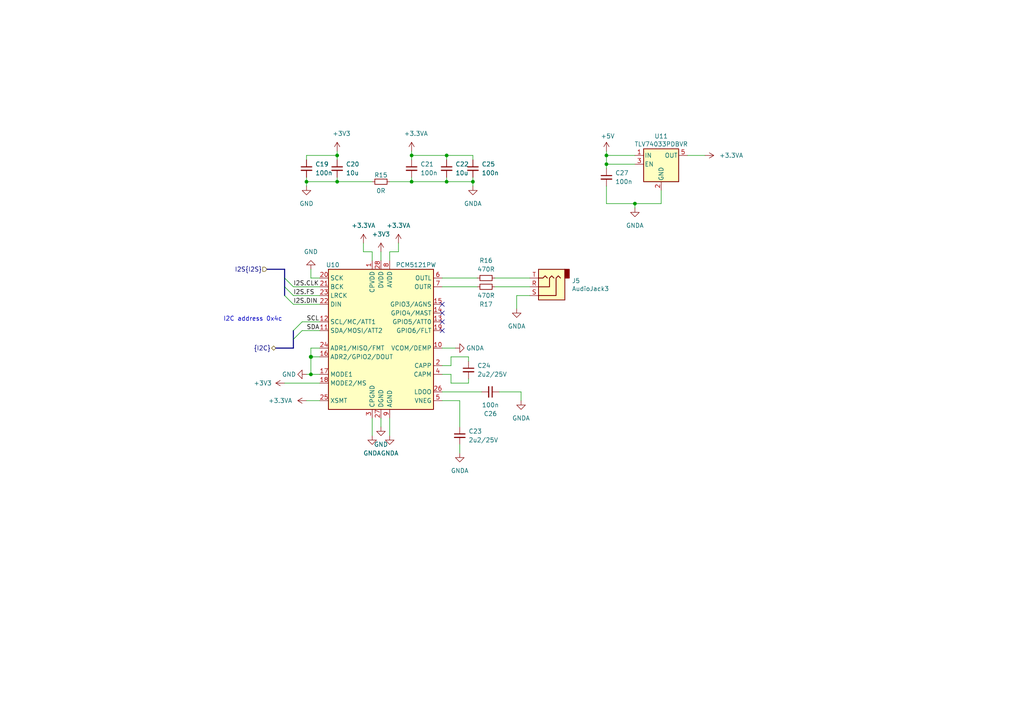
<source format=kicad_sch>
(kicad_sch (version 20210123) (generator eeschema)
  (paper "A4")
  (title_block (title "Audio") (date "2021-01-12") (rev "0.1") (company "Nabu Casa") (comment 1 "www.nabucasa.com") (comment 2 "Light Blue"))
  (lib_symbols
    (symbol "Audio:PCM5121PW"
      (property "Reference" "U" (at -13.97 21.59 0))
      (property "Value" "PCM5121PW" (at 10.16 21.59 0))
      (symbol "PCM5121PW_0_1"
        (rectangle (start -15.24 20.32) (end 15.24 -20.32) (stroke (width 0.254)) (fill (type background)))
      )
      (symbol "PCM5121PW_1_1"
        (pin power_in line (at -2.54 22.86 270) (length 2.54) (name "CPVDD") (number "1"))
        (pin bidirectional line (at 17.78 -2.54 180) (length 2.54) (name "VCOM/DEMP") (number "10"))
        (pin bidirectional line (at -17.78 2.54 0) (length 2.54) (name "SDA/MOSI/ATT2") (number "11"))
        (pin input line (at -17.78 5.08 0) (length 2.54) (name "SCL/MC/ATT1") (number "12"))
        (pin bidirectional line (at 17.78 5.08 180) (length 2.54) (name "GPIO5/ATT0") (number "13"))
        (pin bidirectional line (at 17.78 7.62 180) (length 2.54) (name "GPIO4/MAST") (number "14"))
        (pin bidirectional line (at 17.78 10.16 180) (length 2.54) (name "GPIO3/AGNS") (number "15"))
        (pin bidirectional line (at -17.78 -5.08 0) (length 2.54) (name "ADR2/GPIO2/DOUT") (number "16"))
        (pin input line (at -17.78 -10.16 0) (length 2.54) (name "MODE1") (number "17"))
        (pin input line (at -17.78 -12.7 0) (length 2.54) (name "MODE2/MS") (number "18"))
        (pin bidirectional line (at 17.78 2.54 180) (length 2.54) (name "GPIO6/FLT") (number "19"))
        (pin passive line (at 17.78 -7.62 180) (length 2.54) (name "CAPP") (number "2"))
        (pin input line (at -17.78 17.78 0) (length 2.54) (name "SCK") (number "20"))
        (pin bidirectional line (at -17.78 15.24 0) (length 2.54) (name "BCK") (number "21"))
        (pin input line (at -17.78 10.16 0) (length 2.54) (name "DIN") (number "22"))
        (pin bidirectional line (at -17.78 12.7 0) (length 2.54) (name "LRCK") (number "23"))
        (pin bidirectional line (at -17.78 -2.54 0) (length 2.54) (name "ADR1/MISO/FMT") (number "24"))
        (pin input line (at -17.78 -17.78 0) (length 2.54) (name "XSMT") (number "25"))
        (pin passive line (at 17.78 -15.24 180) (length 2.54) (name "LDOO") (number "26"))
        (pin power_in line (at 0 -22.86 90) (length 2.54) (name "DGND") (number "27"))
        (pin power_in line (at 0 22.86 270) (length 2.54) (name "DVDD") (number "28"))
        (pin power_in line (at -2.54 -22.86 90) (length 2.54) (name "CPGND") (number "3"))
        (pin passive line (at 17.78 -10.16 180) (length 2.54) (name "CAPM") (number "4"))
        (pin passive line (at 17.78 -17.78 180) (length 2.54) (name "VNEG") (number "5"))
        (pin output line (at 17.78 17.78 180) (length 2.54) (name "OUTL") (number "6"))
        (pin output line (at 17.78 15.24 180) (length 2.54) (name "OUTR") (number "7"))
        (pin power_in line (at 2.54 22.86 270) (length 2.54) (name "AVDD") (number "8"))
        (pin power_in line (at 2.54 -22.86 90) (length 2.54) (name "AGND") (number "9"))
      )
    )
    (symbol "Connector:AudioJack3"
      (property "Reference" "J" (at 0 8.89 0))
      (property "Value" "AudioJack3" (at 0 6.35 0))
      (symbol "AudioJack3_0_1"
        (rectangle (start -5.08 -5.08) (end -6.35 -2.54) (stroke (width 0.254)) (fill (type outline)))
        (rectangle (start 2.54 3.81) (end -5.08 -5.08) (stroke (width 0.254)) (fill (type background)))
        (polyline (pts (xy 0 -2.54) (xy 0.635 -3.175) (xy 1.27 -2.54) (xy 2.54 -2.54)) (stroke (width 0.254)))
        (polyline (pts (xy -1.905 -2.54) (xy -1.27 -3.175) (xy -0.635 -2.54) (xy -0.635 0) (xy 2.54 0)) (stroke (width 0.254)))
        (polyline (pts (xy 2.54 2.54) (xy -2.54 2.54) (xy -2.54 -2.54) (xy -3.175 -3.175) (xy -3.81 -2.54)) (stroke (width 0.254)))
      )
      (symbol "AudioJack3_1_1"
        (pin passive line (at 5.08 0 180) (length 2.54) (name "~") (number "R"))
        (pin passive line (at 5.08 2.54 180) (length 2.54) (name "~") (number "S"))
        (pin passive line (at 5.08 -2.54 180) (length 2.54) (name "~") (number "T"))
      )
    )
    (symbol "Device:C_Small" (pin_numbers hide) (pin_names (offset 0.254) hide)
      (property "Reference" "C" (at 0.254 1.778 0))
      (property "Value" "C_Small" (at 0.254 -2.032 0))
      (symbol "C_Small_0_1"
        (polyline (pts (xy -1.524 -0.508) (xy 1.524 -0.508)) (stroke (width 0.3302)))
        (polyline (pts (xy -1.524 0.508) (xy 1.524 0.508)) (stroke (width 0.3048)))
      )
      (symbol "C_Small_1_1"
        (pin passive line (at 0 2.54 270) (length 2.032) (name "~") (number "1"))
        (pin passive line (at 0 -2.54 90) (length 2.032) (name "~") (number "2"))
      )
    )
    (symbol "Device:R_Small" (pin_numbers hide) (pin_names (offset 0.254) hide)
      (property "Reference" "R" (at 0.762 0.508 0))
      (property "Value" "R_Small" (at 0.762 -1.016 0))
      (symbol "R_Small_0_1"
        (rectangle (start -0.762 1.778) (end 0.762 -1.778) (stroke (width 0.2032)))
      )
      (symbol "R_Small_1_1"
        (pin passive line (at 0 2.54 270) (length 0.762) (name "~") (number "1"))
        (pin passive line (at 0 -2.54 90) (length 0.762) (name "~") (number "2"))
      )
    )
    (symbol "Regulator_Linear:TLV73333PDBV" (pin_names (offset 0.254))
      (property "Reference" "U" (at -3.81 5.715 0))
      (property "Value" "TLV73333PDBV" (at 0 5.715 0))
      (symbol "TLV73333PDBV_0_1"
        (rectangle (start -5.08 4.445) (end 5.08 -5.08) (stroke (width 0.254)) (fill (type background)))
      )
      (symbol "TLV73333PDBV_1_1"
        (pin power_in line (at -7.62 2.54 0) (length 2.54) (name "IN") (number "1"))
        (pin power_in line (at 0 -7.62 90) (length 2.54) (name "GND") (number "2"))
        (pin input line (at -7.62 0 0) (length 2.54) (name "EN") (number "3"))
        (pin no_connect line (at 5.08 0 180) (length 2.54) hide (name "NC") (number "4"))
        (pin power_out line (at 7.62 2.54 180) (length 2.54) (name "OUT") (number "5"))
      )
    )
    (symbol "power:+3.3V" (power) (pin_names (offset 0))
      (property "Value" "+3.3V" (at 0 3.556 0))
      (symbol "+3.3V_0_1"
        (polyline (pts (xy -0.762 1.27) (xy 0 2.54)))
        (polyline (pts (xy 0 0) (xy 0 2.54)))
        (polyline (pts (xy 0 2.54) (xy 0.762 1.27)))
      )
      (symbol "+3.3V_1_1"
        (pin power_in line (at 0 0 90) (length 0) hide (name "+3V3") (number "1"))
      )
    )
    (symbol "power:+3.3VA" (power) (pin_names (offset 0))
      (property "Value" "+3.3VA" (at 0 3.556 0))
      (symbol "+3.3VA_0_1"
        (polyline (pts (xy -0.762 1.27) (xy 0 2.54)))
        (polyline (pts (xy 0 0) (xy 0 2.54)))
        (polyline (pts (xy 0 2.54) (xy 0.762 1.27)))
      )
      (symbol "+3.3VA_1_1"
        (pin power_in line (at 0 0 90) (length 0) hide (name "+3.3VA") (number "1"))
      )
    )
    (symbol "power:+5V" (power) (pin_names (offset 0))
      (property "Value" "+5V" (at 0 3.556 0))
      (symbol "+5V_0_1"
        (polyline (pts (xy -0.762 1.27) (xy 0 2.54)))
        (polyline (pts (xy 0 0) (xy 0 2.54)))
        (polyline (pts (xy 0 2.54) (xy 0.762 1.27)))
      )
      (symbol "+5V_1_1"
        (pin power_in line (at 0 0 90) (length 0) hide (name "+5V") (number "1"))
      )
    )
    (symbol "power:GND" (power) (pin_names (offset 0))
      (property "Value" "GND" (at 0 -3.81 0))
      (symbol "GND_0_1"
        (polyline (pts (xy 0 0) (xy 0 -1.27) (xy 1.27 -1.27) (xy 0 -2.54) (xy -1.27 -1.27) (xy 0 -1.27)))
      )
      (symbol "GND_1_1"
        (pin power_in line (at 0 0 270) (length 0) hide (name "GND") (number "1"))
      )
    )
    (symbol "power:GNDA" (power) (pin_names (offset 0))
      (property "Value" "GNDA" (at 0 -3.81 0))
      (symbol "GNDA_0_1"
        (polyline (pts (xy 0 0) (xy 0 -1.27) (xy 1.27 -1.27) (xy 0 -2.54) (xy -1.27 -1.27) (xy 0 -1.27)))
      )
      (symbol "GNDA_1_1"
        (pin power_in line (at 0 0 270) (length 0) hide (name "GNDA") (number "1"))
      )
    )
  )
  (bus_alias "I2S" (members "CLK" "FS" "DIN"))
  (junction (at 88.9 52.705) (diameter 0.9144))
  (junction (at 90.17 103.505) (diameter 1.016))
  (junction (at 90.17 108.585) (diameter 0.9144))
  (junction (at 97.79 45.085) (diameter 0.9144))
  (junction (at 97.79 52.705) (diameter 0.9144))
  (junction (at 119.38 45.085) (diameter 0.9144))
  (junction (at 119.38 52.705) (diameter 0.9144))
  (junction (at 129.54 45.085) (diameter 0.9144))
  (junction (at 129.54 52.705) (diameter 0.9144))
  (junction (at 137.16 52.705) (diameter 0.9144))
  (junction (at 175.895 45.085) (diameter 0.9144))
  (junction (at 175.895 47.625) (diameter 0.9144))
  (junction (at 184.15 59.055) (diameter 0.9144))
  (no_connect (at 128.27 88.265))
  (no_connect (at 128.27 90.805))
  (no_connect (at 128.27 93.345))
  (no_connect (at 128.27 95.885))
  (bus_entry (at 82.55 80.645) (size 2.54 2.54) (stroke (width 0.1524)))
  (bus_entry (at 82.55 83.185) (size 2.54 2.54) (stroke (width 0.1524)))
  (bus_entry (at 82.55 85.725) (size 2.54 2.54) (stroke (width 0.1524)))
  (bus_entry (at 85.09 95.885) (size 2.54 -2.54) (stroke (width 0.1524)))
  (bus_entry (at 85.09 98.425) (size 2.54 -2.54) (stroke (width 0.1524)))
  (wire (pts (xy 82.55 111.125) (xy 92.71 111.125)))
  (wire (pts (xy 85.09 83.185) (xy 92.71 83.185)))
  (wire (pts (xy 85.09 85.725) (xy 92.71 85.725)))
  (wire (pts (xy 85.09 88.265) (xy 92.71 88.265)))
  (wire (pts (xy 87.63 93.345) (xy 92.71 93.345)))
  (wire (pts (xy 87.63 95.885) (xy 92.71 95.885)))
  (wire (pts (xy 88.9 45.085) (xy 97.79 45.085)))
  (wire (pts (xy 88.9 46.355) (xy 88.9 45.085)))
  (wire (pts (xy 88.9 51.435) (xy 88.9 52.705)))
  (wire (pts (xy 88.9 52.705) (xy 88.9 53.975)))
  (wire (pts (xy 88.9 52.705) (xy 97.79 52.705)))
  (wire (pts (xy 88.9 108.585) (xy 90.17 108.585)))
  (wire (pts (xy 88.9 116.205) (xy 92.71 116.205)))
  (wire (pts (xy 90.17 78.105) (xy 90.17 80.645)))
  (wire (pts (xy 90.17 100.965) (xy 90.17 103.505)))
  (wire (pts (xy 90.17 103.505) (xy 90.17 108.585)))
  (wire (pts (xy 92.71 80.645) (xy 90.17 80.645)))
  (wire (pts (xy 92.71 100.965) (xy 90.17 100.965)))
  (wire (pts (xy 92.71 103.505) (xy 90.17 103.505)))
  (wire (pts (xy 92.71 108.585) (xy 90.17 108.585)))
  (wire (pts (xy 97.79 43.815) (xy 97.79 45.085)))
  (wire (pts (xy 97.79 45.085) (xy 97.79 46.355)))
  (wire (pts (xy 97.79 51.435) (xy 97.79 52.705)))
  (wire (pts (xy 97.79 52.705) (xy 107.95 52.705)))
  (wire (pts (xy 105.41 73.025) (xy 105.41 70.485)))
  (wire (pts (xy 107.95 73.025) (xy 105.41 73.025)))
  (wire (pts (xy 107.95 75.565) (xy 107.95 73.025)))
  (wire (pts (xy 107.95 121.285) (xy 107.95 126.365)))
  (wire (pts (xy 110.49 75.565) (xy 110.49 73.025)))
  (wire (pts (xy 110.49 121.285) (xy 110.49 123.825)))
  (wire (pts (xy 113.03 52.705) (xy 119.38 52.705)))
  (wire (pts (xy 113.03 73.025) (xy 115.57 73.025)))
  (wire (pts (xy 113.03 75.565) (xy 113.03 73.025)))
  (wire (pts (xy 113.03 121.285) (xy 113.03 126.365)))
  (wire (pts (xy 115.57 73.025) (xy 115.57 70.485)))
  (wire (pts (xy 119.38 43.815) (xy 119.38 45.085)))
  (wire (pts (xy 119.38 45.085) (xy 119.38 46.355)))
  (wire (pts (xy 119.38 45.085) (xy 129.54 45.085)))
  (wire (pts (xy 119.38 51.435) (xy 119.38 52.705)))
  (wire (pts (xy 119.38 52.705) (xy 129.54 52.705)))
  (wire (pts (xy 128.27 80.645) (xy 138.43 80.645)))
  (wire (pts (xy 128.27 83.185) (xy 138.43 83.185)))
  (wire (pts (xy 128.27 100.965) (xy 132.08 100.965)))
  (wire (pts (xy 128.27 106.045) (xy 130.81 106.045)))
  (wire (pts (xy 128.27 108.585) (xy 130.81 108.585)))
  (wire (pts (xy 128.27 113.665) (xy 139.7 113.665)))
  (wire (pts (xy 128.27 116.205) (xy 133.35 116.205)))
  (wire (pts (xy 129.54 45.085) (xy 129.54 46.355)))
  (wire (pts (xy 129.54 52.705) (xy 129.54 51.435)))
  (wire (pts (xy 129.54 52.705) (xy 137.16 52.705)))
  (wire (pts (xy 130.81 103.505) (xy 135.89 103.505)))
  (wire (pts (xy 130.81 106.045) (xy 130.81 103.505)))
  (wire (pts (xy 130.81 108.585) (xy 130.81 111.125)))
  (wire (pts (xy 130.81 111.125) (xy 135.89 111.125)))
  (wire (pts (xy 133.35 116.205) (xy 133.35 123.825)))
  (wire (pts (xy 133.35 128.905) (xy 133.35 131.445)))
  (wire (pts (xy 135.89 103.505) (xy 135.89 104.775)))
  (wire (pts (xy 135.89 111.125) (xy 135.89 109.855)))
  (wire (pts (xy 137.16 45.085) (xy 129.54 45.085)))
  (wire (pts (xy 137.16 46.355) (xy 137.16 45.085)))
  (wire (pts (xy 137.16 51.435) (xy 137.16 52.705)))
  (wire (pts (xy 137.16 52.705) (xy 137.16 53.975)))
  (wire (pts (xy 143.51 80.645) (xy 153.67 80.645)))
  (wire (pts (xy 143.51 83.185) (xy 153.67 83.185)))
  (wire (pts (xy 144.78 113.665) (xy 151.13 113.665)))
  (wire (pts (xy 149.86 85.725) (xy 149.86 89.535)))
  (wire (pts (xy 151.13 113.665) (xy 151.13 116.205)))
  (wire (pts (xy 153.67 85.725) (xy 149.86 85.725)))
  (wire (pts (xy 175.895 43.815) (xy 175.895 45.085)))
  (wire (pts (xy 175.895 45.085) (xy 175.895 47.625)))
  (wire (pts (xy 175.895 45.085) (xy 184.15 45.085)))
  (wire (pts (xy 175.895 47.625) (xy 175.895 48.895)))
  (wire (pts (xy 175.895 47.625) (xy 184.15 47.625)))
  (wire (pts (xy 175.895 53.975) (xy 175.895 59.055)))
  (wire (pts (xy 175.895 59.055) (xy 184.15 59.055)))
  (wire (pts (xy 184.15 59.055) (xy 184.15 60.325)))
  (wire (pts (xy 184.15 59.055) (xy 191.77 59.055)))
  (wire (pts (xy 191.77 59.055) (xy 191.77 55.245)))
  (wire (pts (xy 199.39 45.085) (xy 204.47 45.085)))
  (bus (pts (xy 77.47 78.105) (xy 82.55 78.105)))
  (bus (pts (xy 80.01 100.965) (xy 85.09 100.965)))
  (bus (pts (xy 82.55 78.105) (xy 82.55 80.645)))
  (bus (pts (xy 82.55 80.645) (xy 82.55 83.185)))
  (bus (pts (xy 82.55 83.185) (xy 82.55 85.725)))
  (bus (pts (xy 85.09 95.885) (xy 85.09 98.425)))
  (bus (pts (xy 85.09 98.425) (xy 85.09 100.965)))
  (text "I2C address 0x4c" (at 64.77 93.345 0) (effects (font (size 1.27 1.27)) (justify left bottom)))
  (label "I2S.CLK" (at 85.09 83.185 0))
  (label "I2S.FS" (at 85.09 85.725 0))
  (label "I2S.DIN" (at 85.09 88.265 0))
  (label "SCL" (at 88.9 93.345 0))
  (label "SDA" (at 88.9 95.885 0))
  (hierarchical_label "I2S{I2S}" (shape input) (at 77.47 78.105 180))
  (hierarchical_label "{I2C}" (shape bidirectional) (at 80.01 100.965 180))
  (symbol (lib_id "power:+3.3V") (at 82.55 111.125 90) (unit 1)
    (property "Reference" "#PWR0157" (effects hide))
    (property "Value" "+3.3V" (at 76.2 111.125 90))
  )
  (symbol (lib_id "power:+3.3VA") (at 88.9 116.205 90) (unit 1)
    (property "Reference" "#PWR0158" (effects hide))
    (property "Value" "+3.3VA" (at 81.28 116.205 90))
  )
  (symbol (lib_id "power:+3.3V") (at 97.79 43.815 0) (unit 1)
    (property "Reference" "#PWR0164" (effects hide))
    (property "Value" "+3.3V" (at 99.06 38.735 0))
  )
  (symbol (lib_id "power:+3.3VA") (at 105.41 70.485 0) (unit 1)
    (property "Reference" "#PWR0161" (effects hide))
    (property "Value" "+3.3VA" (at 105.41 65.405 0))
  )
  (symbol (lib_id "power:+3.3V") (at 110.49 73.025 0) (unit 1)
    (property "Reference" "#PWR0162" (effects hide))
    (property "Value" "+3.3V" (at 110.49 67.945 0))
  )
  (symbol (lib_id "power:+3.3VA") (at 115.57 70.485 0) (unit 1)
    (property "Reference" "#PWR0163" (effects hide))
    (property "Value" "+3.3VA" (at 115.57 65.405 0))
  )
  (symbol (lib_id "power:+3.3VA") (at 119.38 43.815 0) (unit 1)
    (property "Reference" "#PWR0165" (effects hide))
    (property "Value" "+3.3VA" (at 120.65 38.735 0))
  )
  (symbol (lib_id "power:+5V") (at 175.895 43.815 0) (unit 1)
    (property "Reference" "#PWR0175" (effects hide))
    (property "Value" "+5V" (at 176.2633 39.4906 0))
  )
  (symbol (lib_id "power:+3.3VA") (at 204.47 45.085 270) (unit 1)
    (property "Reference" "#PWR0178" (effects hide))
    (property "Value" "+3.3VA" (at 212.09 45.085 90))
  )
  (symbol (lib_id "power:GND") (at 88.9 53.975 0) (unit 1)
    (property "Reference" "#PWR0166" (effects hide))
    (property "Value" "GND" (at 88.9 59.055 0))
  )
  (symbol (lib_id "power:GND") (at 88.9 108.585 270) (unit 1)
    (property "Reference" "#PWR0159" (effects hide))
    (property "Value" "GND" (at 83.82 108.585 90))
  )
  (symbol (lib_id "power:GND") (at 90.17 78.105 180) (unit 1)
    (property "Reference" "#PWR0160" (effects hide))
    (property "Value" "GND" (at 90.17 73.025 0))
  )
  (symbol (lib_id "power:GNDA") (at 107.95 126.365 0) (unit 1)
    (property "Reference" "#PWR0168" (effects hide))
    (property "Value" "GNDA" (at 107.95 131.445 0))
  )
  (symbol (lib_id "power:GND") (at 110.49 123.825 0) (unit 1)
    (property "Reference" "#PWR0169" (effects hide))
    (property "Value" "GND" (at 110.49 128.905 0))
  )
  (symbol (lib_id "power:GNDA") (at 113.03 126.365 0) (unit 1)
    (property "Reference" "#PWR0170" (effects hide))
    (property "Value" "GNDA" (at 113.03 131.445 0))
  )
  (symbol (lib_id "power:GNDA") (at 132.08 100.965 90) (unit 1)
    (property "Reference" "#PWR0171" (effects hide))
    (property "Value" "GNDA" (at 137.795 100.965 90))
  )
  (symbol (lib_id "power:GNDA") (at 133.35 131.445 0) (unit 1)
    (property "Reference" "#PWR0172" (effects hide))
    (property "Value" "GNDA" (at 133.35 136.525 0))
  )
  (symbol (lib_id "power:GNDA") (at 137.16 53.975 0) (unit 1)
    (property "Reference" "#PWR0174" (effects hide))
    (property "Value" "GNDA" (at 137.16 59.055 0))
  )
  (symbol (lib_id "power:GNDA") (at 149.86 89.535 0) (unit 1)
    (property "Reference" "#PWR0167" (effects hide))
    (property "Value" "GNDA" (at 149.86 94.615 0))
  )
  (symbol (lib_id "power:GNDA") (at 151.13 116.205 0) (unit 1)
    (property "Reference" "#PWR0173" (effects hide))
    (property "Value" "GNDA" (at 151.13 121.285 0))
  )
  (symbol (lib_id "power:GNDA") (at 184.15 60.325 0) (unit 1)
    (property "Reference" "#PWR0176" (effects hide))
    (property "Value" "GNDA" (at 184.15 65.405 0))
  )
  (symbol (lib_id "Device:R_Small") (at 110.49 52.705 270) (unit 1)
    (property "Reference" "R15" (at 110.49 50.7938 90))
    (property "Value" "0R" (at 110.49 55.353 90))
    (property "Footprint" "Resistor_SMD:R_0402_1005Metric" (effects hide))
    (property "Config" "+Audio" (effects hide))
  )
  (symbol (lib_id "Device:R_Small") (at 140.97 80.645 90) (unit 1)
    (property "Reference" "R16" (at 140.97 75.565 90))
    (property "Value" "470R" (at 140.97 78.105 90))
    (property "Footprint" "Resistor_SMD:R_0402_1005Metric" (effects hide))
    (property "Config" "+Audio" (effects hide))
  )
  (symbol (lib_id "Device:R_Small") (at 140.97 83.185 90) (unit 1)
    (property "Reference" "R17" (at 140.97 88.265 90))
    (property "Value" "470R" (at 140.97 85.725 90))
    (property "Footprint" "Resistor_SMD:R_0402_1005Metric" (effects hide))
    (property "Config" "+Audio" (effects hide))
  )
  (symbol (lib_id "Device:C_Small") (at 88.9 48.895 0) (unit 1)
    (property "Reference" "C19" (at 91.44 47.625 0) (effects (justify left)))
    (property "Value" "100n" (at 91.44 50.165 0) (effects (justify left)))
    (property "Footprint" "Capacitor_SMD:C_0402_1005Metric" (effects hide))
    (property "Config" "+Audio" (effects hide))
  )
  (symbol (lib_id "Device:C_Small") (at 97.79 48.895 0) (unit 1)
    (property "Reference" "C20" (at 100.33 47.625 0) (effects (justify left)))
    (property "Value" "10u" (at 100.33 50.165 0) (effects (justify left)))
    (property "Footprint" "Capacitor_SMD:C_0805_2012Metric" (effects hide))
    (property "Config" "+Audio" (effects hide))
  )
  (symbol (lib_id "Device:C_Small") (at 119.38 48.895 0) (unit 1)
    (property "Reference" "C21" (at 121.92 47.625 0) (effects (justify left)))
    (property "Value" "100n" (at 121.92 50.165 0) (effects (justify left)))
    (property "Footprint" "Capacitor_SMD:C_0402_1005Metric" (effects hide))
    (property "Config" "+Audio" (effects hide))
  )
  (symbol (lib_id "Device:C_Small") (at 129.54 48.895 0) (unit 1)
    (property "Reference" "C22" (at 132.08 47.625 0) (effects (justify left)))
    (property "Value" "10u" (at 132.08 50.165 0) (effects (justify left)))
    (property "Footprint" "Capacitor_SMD:C_0805_2012Metric" (effects hide))
    (property "Config" "+Audio" (effects hide))
  )
  (symbol (lib_id "Device:C_Small") (at 133.35 126.365 0) (mirror y) (unit 1)
    (property "Reference" "C23" (at 135.89 125.095 0) (effects (justify right)))
    (property "Value" "2u2/25V" (at 135.89 127.635 0) (effects (justify right)))
    (property "Footprint" "Capacitor_SMD:C_0402_1005Metric" (effects hide))
    (property "Config" "+Audio" (effects hide))
  )
  (symbol (lib_id "Device:C_Small") (at 135.89 107.315 0) (unit 1)
    (property "Reference" "C24" (at 138.43 106.045 0) (effects (justify left)))
    (property "Value" "2u2/25V" (at 138.43 108.585 0) (effects (justify left)))
    (property "Footprint" "Capacitor_SMD:C_0402_1005Metric" (effects hide))
    (property "Config" "+Audio" (effects hide))
  )
  (symbol (lib_id "Device:C_Small") (at 137.16 48.895 0) (unit 1)
    (property "Reference" "C25" (at 139.7 47.625 0) (effects (justify left)))
    (property "Value" "100n" (at 139.7 50.165 0) (effects (justify left)))
    (property "Footprint" "Capacitor_SMD:C_0402_1005Metric" (effects hide))
    (property "Config" "+Audio" (effects hide))
  )
  (symbol (lib_id "Device:C_Small") (at 142.24 113.665 270) (unit 1)
    (property "Reference" "C26" (at 142.24 120.015 90))
    (property "Value" "100n" (at 142.24 117.475 90))
    (property "Footprint" "Capacitor_SMD:C_0402_1005Metric" (effects hide))
    (property "Config" "+Audio" (effects hide))
  )
  (symbol (lib_id "Device:C_Small") (at 175.895 51.435 0) (unit 1)
    (property "Reference" "C27" (at 178.435 50.165 0) (effects (justify left)))
    (property "Value" "100n" (at 178.435 52.705 0) (effects (justify left)))
    (property "Footprint" "Capacitor_SMD:C_0402_1005Metric" (effects hide))
  )
  (symbol (lib_id "Connector:AudioJack3") (at 158.75 83.185 180) (unit 1)
    (property "Reference" "J5" (at 165.8621 81.4514 0) (effects (justify right)))
    (property "Value" "AudioJack3" (at 165.8621 83.7501 0) (effects (justify right)))
    (property "Footprint" "LightBlue:Jack_3.5mm_CUI_SJ2-35953A-SMT_Horizontal" (effects hide))
    (property "Manufacturer" "CUI Devices" (effects hide))
    (property "PartNumber" "SJ2-35954A-SMT-TR" (effects hide))
    (property "Config" "+Audio" (effects hide))
  )
  (symbol (lib_id "Regulator_Linear:TLV73333PDBV") (at 191.77 47.625 0) (unit 1)
    (property "Reference" "U11" (at 191.77 39.5032 0))
    (property "Value" "TLV74033PDBVR" (at 191.77 41.8019 0))
    (property "Footprint" "Package_TO_SOT_SMD:SOT-23-5" (effects hide))
    (property "Datasheet" "https://media.digikey.com/pdf/Data%20Sheets/TDK%20PDFs/TLV740P_DS.pdf" (effects hide))
    (property "Manufacturer" "Texas Instruments" (effects hide))
    (property "PartNumber" "TLV74033PDBVR" (effects hide))
    (property "Config" "+Audio" (effects hide))
  )
  (symbol (lib_id "Audio:PCM5121PW") (at 110.49 98.425 0) (unit 1)
    (property "Reference" "U10" (at 96.52 76.835 0))
    (property "Value" "PCM5121PW" (at 120.65 76.835 0))
    (property "Footprint" "Package_SO:TSSOP-28_4.4x9.7mm_P0.65mm" (effects hide))
    (property "Datasheet" "http://www.ti.com/lit/ds/symlink/pcm5121.pdf" (effects hide))
    (property "Manufacturer" "Texas Instruments" (effects hide))
    (property "PartNumber" "PCM5121PWR" (effects hide))
    (property "Config" "+Audio" (effects hide))
  )
)
</source>
